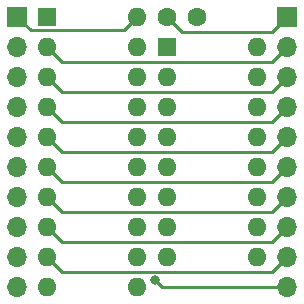
<source format=gbl>
G04 #@! TF.GenerationSoftware,KiCad,Pcbnew,(6.0.7-1)-1*
G04 #@! TF.CreationDate,2022-08-10T01:22:39+02:00*
G04 #@! TF.ProjectId,led_bar,6c65645f-6261-4722-9e6b-696361645f70,rev?*
G04 #@! TF.SameCoordinates,Original*
G04 #@! TF.FileFunction,Copper,L2,Bot*
G04 #@! TF.FilePolarity,Positive*
%FSLAX46Y46*%
G04 Gerber Fmt 4.6, Leading zero omitted, Abs format (unit mm)*
G04 Created by KiCad (PCBNEW (6.0.7-1)-1) date 2022-08-10 01:22:39*
%MOMM*%
%LPD*%
G01*
G04 APERTURE LIST*
G04 #@! TA.AperFunction,ComponentPad*
%ADD10C,1.600000*%
G04 #@! TD*
G04 #@! TA.AperFunction,ComponentPad*
%ADD11R,1.600000X1.600000*%
G04 #@! TD*
G04 #@! TA.AperFunction,ComponentPad*
%ADD12O,1.600000X1.600000*%
G04 #@! TD*
G04 #@! TA.AperFunction,ComponentPad*
%ADD13R,1.700000X1.700000*%
G04 #@! TD*
G04 #@! TA.AperFunction,ComponentPad*
%ADD14O,1.700000X1.700000*%
G04 #@! TD*
G04 #@! TA.AperFunction,ViaPad*
%ADD15C,0.800000*%
G04 #@! TD*
G04 #@! TA.AperFunction,Conductor*
%ADD16C,0.250000*%
G04 #@! TD*
G04 APERTURE END LIST*
D10*
X152400000Y-124460000D03*
X154900000Y-124460000D03*
D11*
X152400000Y-127000000D03*
D12*
X152400000Y-129540000D03*
X152400000Y-132080000D03*
X152400000Y-134620000D03*
X152400000Y-137160000D03*
X152400000Y-139700000D03*
X152400000Y-142240000D03*
X152400000Y-144780000D03*
X160020000Y-144780000D03*
X160020000Y-142240000D03*
X160020000Y-139700000D03*
X160020000Y-137160000D03*
X160020000Y-134620000D03*
X160020000Y-132080000D03*
X160020000Y-129540000D03*
X160020000Y-127000000D03*
D11*
X142240000Y-124460000D03*
D12*
X142240000Y-127000000D03*
X142240000Y-129540000D03*
X142240000Y-132080000D03*
X142240000Y-134620000D03*
X142240000Y-137160000D03*
X142240000Y-139700000D03*
X142240000Y-142240000D03*
X142240000Y-144780000D03*
X142240000Y-147320000D03*
X149860000Y-147320000D03*
X149860000Y-144780000D03*
X149860000Y-142240000D03*
X149860000Y-139700000D03*
X149860000Y-137160000D03*
X149860000Y-134620000D03*
X149860000Y-132080000D03*
X149860000Y-129540000D03*
X149860000Y-127000000D03*
X149860000Y-124460000D03*
D13*
X139700000Y-124460000D03*
D14*
X139700000Y-127000000D03*
X139700000Y-129540000D03*
X139700000Y-132080000D03*
X139700000Y-134620000D03*
X139700000Y-137160000D03*
X139700000Y-139700000D03*
X139700000Y-142240000D03*
X139700000Y-144780000D03*
X139700000Y-147320000D03*
D13*
X162560000Y-124460000D03*
D14*
X162560000Y-127000000D03*
X162560000Y-129540000D03*
X162560000Y-132080000D03*
X162560000Y-134620000D03*
X162560000Y-137160000D03*
X162560000Y-139700000D03*
X162560000Y-142240000D03*
X162560000Y-144780000D03*
X162560000Y-147320000D03*
D15*
X151384000Y-146774500D03*
D16*
X162560000Y-124460000D02*
X161290000Y-125730000D01*
X140825000Y-125585000D02*
X148735000Y-125585000D01*
X153670000Y-125730000D02*
X152400000Y-124460000D01*
X139700000Y-124460000D02*
X140825000Y-125585000D01*
X148735000Y-125585000D02*
X149860000Y-124460000D01*
X161290000Y-125730000D02*
X153670000Y-125730000D01*
X162560000Y-147320000D02*
X151929500Y-147320000D01*
X151929500Y-147320000D02*
X151384000Y-146774500D01*
X161290000Y-128270000D02*
X143510000Y-128270000D01*
X162560000Y-127000000D02*
X161290000Y-128270000D01*
X143510000Y-128270000D02*
X142240000Y-127000000D01*
X162560000Y-129540000D02*
X161290000Y-130810000D01*
X161290000Y-130810000D02*
X143510000Y-130810000D01*
X143510000Y-130810000D02*
X142240000Y-129540000D01*
X162560000Y-132080000D02*
X161290000Y-133350000D01*
X143510000Y-133350000D02*
X142240000Y-132080000D01*
X161290000Y-133350000D02*
X143510000Y-133350000D01*
X143510000Y-135890000D02*
X161290000Y-135890000D01*
X142240000Y-134620000D02*
X143510000Y-135890000D01*
X161290000Y-135890000D02*
X162560000Y-134620000D01*
X162560000Y-137160000D02*
X161290000Y-138430000D01*
X143510000Y-138430000D02*
X142240000Y-137160000D01*
X161290000Y-138430000D02*
X143510000Y-138430000D01*
X162560000Y-139700000D02*
X161290000Y-140970000D01*
X161290000Y-140970000D02*
X143510000Y-140970000D01*
X143510000Y-140970000D02*
X142240000Y-139700000D01*
X143510000Y-143510000D02*
X142240000Y-142240000D01*
X161290000Y-143510000D02*
X143510000Y-143510000D01*
X162560000Y-142240000D02*
X161290000Y-143510000D01*
X143510000Y-146050000D02*
X142240000Y-144780000D01*
X162560000Y-144780000D02*
X161290000Y-146050000D01*
X161290000Y-146050000D02*
X143510000Y-146050000D01*
M02*

</source>
